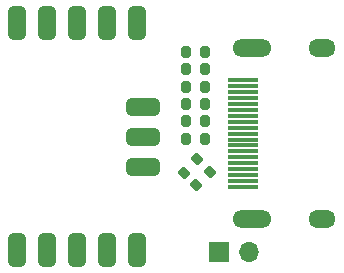
<source format=gbr>
%TF.GenerationSoftware,KiCad,Pcbnew,(6.0.7)*%
%TF.CreationDate,2022-09-16T05:20:12-07:00*%
%TF.ProjectId,dvi-sock,6476692d-736f-4636-9b2e-6b696361645f,rev?*%
%TF.SameCoordinates,Original*%
%TF.FileFunction,Soldermask,Top*%
%TF.FilePolarity,Negative*%
%FSLAX46Y46*%
G04 Gerber Fmt 4.6, Leading zero omitted, Abs format (unit mm)*
G04 Created by KiCad (PCBNEW (6.0.7)) date 2022-09-16 05:20:12*
%MOMM*%
%LPD*%
G01*
G04 APERTURE LIST*
G04 Aperture macros list*
%AMRoundRect*
0 Rectangle with rounded corners*
0 $1 Rounding radius*
0 $2 $3 $4 $5 $6 $7 $8 $9 X,Y pos of 4 corners*
0 Add a 4 corners polygon primitive as box body*
4,1,4,$2,$3,$4,$5,$6,$7,$8,$9,$2,$3,0*
0 Add four circle primitives for the rounded corners*
1,1,$1+$1,$2,$3*
1,1,$1+$1,$4,$5*
1,1,$1+$1,$6,$7*
1,1,$1+$1,$8,$9*
0 Add four rect primitives between the rounded corners*
20,1,$1+$1,$2,$3,$4,$5,0*
20,1,$1+$1,$4,$5,$6,$7,0*
20,1,$1+$1,$6,$7,$8,$9,0*
20,1,$1+$1,$8,$9,$2,$3,0*%
G04 Aperture macros list end*
%ADD10RoundRect,0.200000X-0.200000X-0.275000X0.200000X-0.275000X0.200000X0.275000X-0.200000X0.275000X0*%
%ADD11RoundRect,0.200000X0.200000X0.275000X-0.200000X0.275000X-0.200000X-0.275000X0.200000X-0.275000X0*%
%ADD12O,1.700000X1.700000*%
%ADD13R,1.700000X1.700000*%
%ADD14RoundRect,0.381000X-0.381000X-1.019000X0.381000X-1.019000X0.381000X1.019000X-0.381000X1.019000X0*%
%ADD15C,0.600000*%
%ADD16RoundRect,0.200000X0.053033X-0.335876X0.335876X-0.053033X-0.053033X0.335876X-0.335876X0.053033X0*%
%ADD17RoundRect,0.381000X0.381000X1.019000X-0.381000X1.019000X-0.381000X-1.019000X0.381000X-1.019000X0*%
%ADD18RoundRect,0.381000X1.019000X-0.381000X1.019000X0.381000X-1.019000X0.381000X-1.019000X-0.381000X0*%
%ADD19RoundRect,0.200000X-0.053033X0.335876X-0.335876X0.053033X0.053033X-0.335876X0.335876X-0.053033X0*%
%ADD20O,2.300000X1.500000*%
%ADD21O,3.300000X1.500000*%
%ADD22R,2.600000X0.300000*%
G04 APERTURE END LIST*
D10*
%TO.C,R3*%
X158750000Y-80772001D03*
X157100000Y-80772001D03*
%TD*%
D11*
%TO.C,R6*%
X157100002Y-85191600D03*
X158750002Y-85191600D03*
%TD*%
D12*
%TO.C,J5*%
X162440000Y-94800000D03*
D13*
X159900000Y-94800000D03*
%TD*%
D14*
%TO.C,J1*%
X153000000Y-94600000D03*
D15*
X153000000Y-95500000D03*
X150460000Y-95500000D03*
D14*
X150460000Y-94600000D03*
X147920000Y-94600000D03*
D15*
X147920000Y-95500000D03*
X145380000Y-95500000D03*
D14*
X145380000Y-94600000D03*
X142840000Y-94600000D03*
D15*
X142840000Y-95500000D03*
%TD*%
D11*
%TO.C,R4*%
X157100000Y-82245201D03*
X158750000Y-82245201D03*
%TD*%
D10*
%TO.C,R5*%
X158750002Y-83718400D03*
X157100002Y-83718400D03*
%TD*%
D11*
%TO.C,R2*%
X157100002Y-79298800D03*
X158750002Y-79298800D03*
%TD*%
D16*
%TO.C,R7*%
X158101653Y-86919327D03*
X156934927Y-88086053D03*
%TD*%
D10*
%TO.C,R1*%
X158750002Y-77825600D03*
X157100002Y-77825600D03*
%TD*%
D15*
%TO.C,J2*%
X142840000Y-74500000D03*
D17*
X142840000Y-75400000D03*
X145380000Y-75400000D03*
D15*
X145380000Y-74500000D03*
D17*
X147920000Y-75400000D03*
D15*
X147920000Y-74500000D03*
X150460000Y-74500000D03*
D17*
X150460000Y-75400000D03*
X153000000Y-75400000D03*
D15*
X153000000Y-74500000D03*
%TD*%
D18*
%TO.C,J3*%
X153500000Y-82460000D03*
D15*
X154400000Y-82460000D03*
D18*
X153500000Y-85000000D03*
D15*
X154400000Y-85000000D03*
D18*
X153500000Y-87540000D03*
D15*
X154400000Y-87540000D03*
%TD*%
D19*
%TO.C,R8*%
X157976637Y-89127763D03*
X159143363Y-87961037D03*
%TD*%
D20*
%TO.C,J4*%
X168657000Y-92000000D03*
X168657000Y-77500000D03*
D21*
X162697000Y-92000000D03*
X162697000Y-77500000D03*
D22*
X161937000Y-89250000D03*
X161937000Y-88750000D03*
X161937000Y-88250000D03*
X161937000Y-87750000D03*
X161937000Y-87250000D03*
X161937000Y-86750000D03*
X161937000Y-86250000D03*
X161937000Y-85750000D03*
X161937000Y-85250000D03*
X161937000Y-84750000D03*
X161937000Y-84250000D03*
X161937000Y-83750000D03*
X161937000Y-83250000D03*
X161937000Y-82750000D03*
X161937000Y-82250000D03*
X161937000Y-81750000D03*
X161937000Y-81250000D03*
X161937000Y-80750000D03*
X161937000Y-80250000D03*
%TD*%
M02*

</source>
